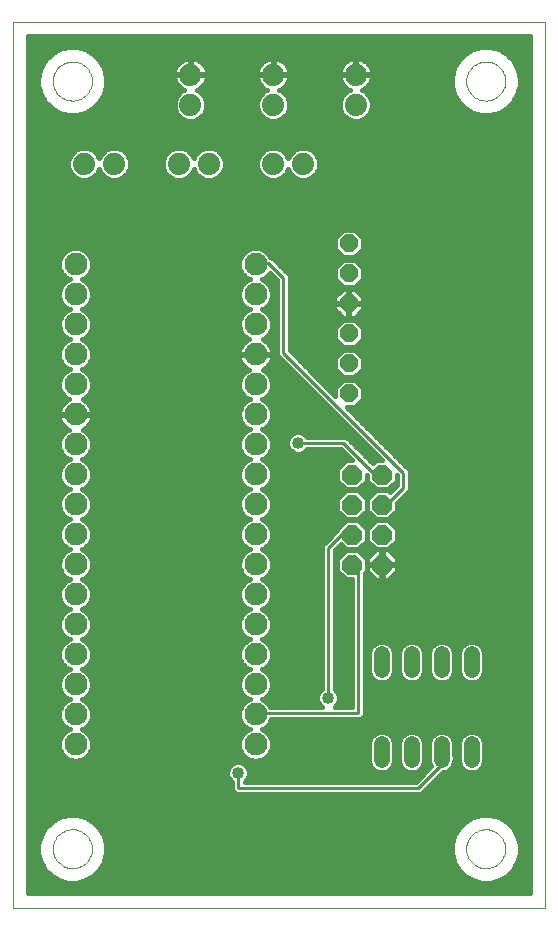
<source format=gtl>
G75*
%MOIN*%
%OFA0B0*%
%FSLAX24Y24*%
%IPPOS*%
%LPD*%
%AMOC8*
5,1,8,0,0,1.08239X$1,22.5*
%
%ADD10C,0.0000*%
%ADD11C,0.0760*%
%ADD12OC8,0.0660*%
%ADD13OC8,0.0600*%
%ADD14C,0.0740*%
%ADD15C,0.0520*%
%ADD16C,0.0100*%
%ADD17C,0.0160*%
%ADD18C,0.0400*%
D10*
X000180Y000180D02*
X000180Y029708D01*
X017897Y029708D01*
X017897Y000180D01*
X000180Y000180D01*
X001499Y002149D02*
X001501Y002199D01*
X001507Y002249D01*
X001517Y002299D01*
X001530Y002347D01*
X001547Y002395D01*
X001568Y002441D01*
X001592Y002485D01*
X001620Y002527D01*
X001651Y002567D01*
X001685Y002604D01*
X001722Y002639D01*
X001761Y002670D01*
X001802Y002699D01*
X001846Y002724D01*
X001892Y002746D01*
X001939Y002764D01*
X001987Y002778D01*
X002036Y002789D01*
X002086Y002796D01*
X002136Y002799D01*
X002187Y002798D01*
X002237Y002793D01*
X002287Y002784D01*
X002335Y002772D01*
X002383Y002755D01*
X002429Y002735D01*
X002474Y002712D01*
X002517Y002685D01*
X002557Y002655D01*
X002595Y002622D01*
X002630Y002586D01*
X002663Y002547D01*
X002692Y002506D01*
X002718Y002463D01*
X002741Y002418D01*
X002760Y002371D01*
X002775Y002323D01*
X002787Y002274D01*
X002795Y002224D01*
X002799Y002174D01*
X002799Y002124D01*
X002795Y002074D01*
X002787Y002024D01*
X002775Y001975D01*
X002760Y001927D01*
X002741Y001880D01*
X002718Y001835D01*
X002692Y001792D01*
X002663Y001751D01*
X002630Y001712D01*
X002595Y001676D01*
X002557Y001643D01*
X002517Y001613D01*
X002474Y001586D01*
X002429Y001563D01*
X002383Y001543D01*
X002335Y001526D01*
X002287Y001514D01*
X002237Y001505D01*
X002187Y001500D01*
X002136Y001499D01*
X002086Y001502D01*
X002036Y001509D01*
X001987Y001520D01*
X001939Y001534D01*
X001892Y001552D01*
X001846Y001574D01*
X001802Y001599D01*
X001761Y001628D01*
X001722Y001659D01*
X001685Y001694D01*
X001651Y001731D01*
X001620Y001771D01*
X001592Y001813D01*
X001568Y001857D01*
X001547Y001903D01*
X001530Y001951D01*
X001517Y001999D01*
X001507Y002049D01*
X001501Y002099D01*
X001499Y002149D01*
X015278Y002149D02*
X015280Y002199D01*
X015286Y002249D01*
X015296Y002299D01*
X015309Y002347D01*
X015326Y002395D01*
X015347Y002441D01*
X015371Y002485D01*
X015399Y002527D01*
X015430Y002567D01*
X015464Y002604D01*
X015501Y002639D01*
X015540Y002670D01*
X015581Y002699D01*
X015625Y002724D01*
X015671Y002746D01*
X015718Y002764D01*
X015766Y002778D01*
X015815Y002789D01*
X015865Y002796D01*
X015915Y002799D01*
X015966Y002798D01*
X016016Y002793D01*
X016066Y002784D01*
X016114Y002772D01*
X016162Y002755D01*
X016208Y002735D01*
X016253Y002712D01*
X016296Y002685D01*
X016336Y002655D01*
X016374Y002622D01*
X016409Y002586D01*
X016442Y002547D01*
X016471Y002506D01*
X016497Y002463D01*
X016520Y002418D01*
X016539Y002371D01*
X016554Y002323D01*
X016566Y002274D01*
X016574Y002224D01*
X016578Y002174D01*
X016578Y002124D01*
X016574Y002074D01*
X016566Y002024D01*
X016554Y001975D01*
X016539Y001927D01*
X016520Y001880D01*
X016497Y001835D01*
X016471Y001792D01*
X016442Y001751D01*
X016409Y001712D01*
X016374Y001676D01*
X016336Y001643D01*
X016296Y001613D01*
X016253Y001586D01*
X016208Y001563D01*
X016162Y001543D01*
X016114Y001526D01*
X016066Y001514D01*
X016016Y001505D01*
X015966Y001500D01*
X015915Y001499D01*
X015865Y001502D01*
X015815Y001509D01*
X015766Y001520D01*
X015718Y001534D01*
X015671Y001552D01*
X015625Y001574D01*
X015581Y001599D01*
X015540Y001628D01*
X015501Y001659D01*
X015464Y001694D01*
X015430Y001731D01*
X015399Y001771D01*
X015371Y001813D01*
X015347Y001857D01*
X015326Y001903D01*
X015309Y001951D01*
X015296Y001999D01*
X015286Y002049D01*
X015280Y002099D01*
X015278Y002149D01*
X015278Y027739D02*
X015280Y027789D01*
X015286Y027839D01*
X015296Y027889D01*
X015309Y027937D01*
X015326Y027985D01*
X015347Y028031D01*
X015371Y028075D01*
X015399Y028117D01*
X015430Y028157D01*
X015464Y028194D01*
X015501Y028229D01*
X015540Y028260D01*
X015581Y028289D01*
X015625Y028314D01*
X015671Y028336D01*
X015718Y028354D01*
X015766Y028368D01*
X015815Y028379D01*
X015865Y028386D01*
X015915Y028389D01*
X015966Y028388D01*
X016016Y028383D01*
X016066Y028374D01*
X016114Y028362D01*
X016162Y028345D01*
X016208Y028325D01*
X016253Y028302D01*
X016296Y028275D01*
X016336Y028245D01*
X016374Y028212D01*
X016409Y028176D01*
X016442Y028137D01*
X016471Y028096D01*
X016497Y028053D01*
X016520Y028008D01*
X016539Y027961D01*
X016554Y027913D01*
X016566Y027864D01*
X016574Y027814D01*
X016578Y027764D01*
X016578Y027714D01*
X016574Y027664D01*
X016566Y027614D01*
X016554Y027565D01*
X016539Y027517D01*
X016520Y027470D01*
X016497Y027425D01*
X016471Y027382D01*
X016442Y027341D01*
X016409Y027302D01*
X016374Y027266D01*
X016336Y027233D01*
X016296Y027203D01*
X016253Y027176D01*
X016208Y027153D01*
X016162Y027133D01*
X016114Y027116D01*
X016066Y027104D01*
X016016Y027095D01*
X015966Y027090D01*
X015915Y027089D01*
X015865Y027092D01*
X015815Y027099D01*
X015766Y027110D01*
X015718Y027124D01*
X015671Y027142D01*
X015625Y027164D01*
X015581Y027189D01*
X015540Y027218D01*
X015501Y027249D01*
X015464Y027284D01*
X015430Y027321D01*
X015399Y027361D01*
X015371Y027403D01*
X015347Y027447D01*
X015326Y027493D01*
X015309Y027541D01*
X015296Y027589D01*
X015286Y027639D01*
X015280Y027689D01*
X015278Y027739D01*
X001499Y027739D02*
X001501Y027789D01*
X001507Y027839D01*
X001517Y027889D01*
X001530Y027937D01*
X001547Y027985D01*
X001568Y028031D01*
X001592Y028075D01*
X001620Y028117D01*
X001651Y028157D01*
X001685Y028194D01*
X001722Y028229D01*
X001761Y028260D01*
X001802Y028289D01*
X001846Y028314D01*
X001892Y028336D01*
X001939Y028354D01*
X001987Y028368D01*
X002036Y028379D01*
X002086Y028386D01*
X002136Y028389D01*
X002187Y028388D01*
X002237Y028383D01*
X002287Y028374D01*
X002335Y028362D01*
X002383Y028345D01*
X002429Y028325D01*
X002474Y028302D01*
X002517Y028275D01*
X002557Y028245D01*
X002595Y028212D01*
X002630Y028176D01*
X002663Y028137D01*
X002692Y028096D01*
X002718Y028053D01*
X002741Y028008D01*
X002760Y027961D01*
X002775Y027913D01*
X002787Y027864D01*
X002795Y027814D01*
X002799Y027764D01*
X002799Y027714D01*
X002795Y027664D01*
X002787Y027614D01*
X002775Y027565D01*
X002760Y027517D01*
X002741Y027470D01*
X002718Y027425D01*
X002692Y027382D01*
X002663Y027341D01*
X002630Y027302D01*
X002595Y027266D01*
X002557Y027233D01*
X002517Y027203D01*
X002474Y027176D01*
X002429Y027153D01*
X002383Y027133D01*
X002335Y027116D01*
X002287Y027104D01*
X002237Y027095D01*
X002187Y027090D01*
X002136Y027089D01*
X002086Y027092D01*
X002036Y027099D01*
X001987Y027110D01*
X001939Y027124D01*
X001892Y027142D01*
X001846Y027164D01*
X001802Y027189D01*
X001761Y027218D01*
X001722Y027249D01*
X001685Y027284D01*
X001651Y027321D01*
X001620Y027361D01*
X001592Y027403D01*
X001568Y027447D01*
X001547Y027493D01*
X001530Y027541D01*
X001517Y027589D01*
X001507Y027639D01*
X001501Y027689D01*
X001499Y027739D01*
D11*
X002259Y021629D03*
X002259Y020629D03*
X002259Y019629D03*
X002259Y018629D03*
X002259Y017629D03*
X002259Y016629D03*
X002259Y015629D03*
X002259Y014629D03*
X002259Y013629D03*
X002259Y012629D03*
X002259Y011629D03*
X002259Y010629D03*
X002259Y009629D03*
X002259Y008629D03*
X002259Y007629D03*
X002259Y006629D03*
X002259Y005629D03*
X008259Y005629D03*
X008259Y006629D03*
X008259Y007629D03*
X008259Y008629D03*
X008259Y009629D03*
X008259Y010629D03*
X008259Y011629D03*
X008259Y012629D03*
X008259Y013629D03*
X008259Y014629D03*
X008259Y015629D03*
X008259Y016629D03*
X008259Y017629D03*
X008259Y018629D03*
X008259Y019629D03*
X008259Y020629D03*
X008259Y021629D03*
D12*
X011471Y014617D03*
X011471Y013617D03*
X011471Y012617D03*
X011471Y011617D03*
X012471Y011617D03*
X012471Y012617D03*
X012471Y013617D03*
X012471Y014617D03*
D13*
X011365Y017330D03*
X011365Y018330D03*
X011365Y019330D03*
X011365Y020330D03*
X011365Y021330D03*
X011365Y022330D03*
D14*
X009841Y024983D03*
X008841Y024983D03*
X008841Y026952D03*
X008841Y027952D03*
X006692Y024983D03*
X005692Y024983D03*
X006086Y026952D03*
X006086Y027952D03*
X003542Y024983D03*
X002542Y024983D03*
X011597Y026952D03*
X011597Y027952D03*
D15*
X012460Y008633D02*
X012460Y008113D01*
X013460Y008113D02*
X013460Y008633D01*
X014460Y008633D02*
X014460Y008113D01*
X015460Y008113D02*
X015460Y008633D01*
X015460Y005633D02*
X015460Y005113D01*
X014460Y005113D02*
X014460Y005633D01*
X013460Y005633D02*
X013460Y005113D01*
X012460Y005113D02*
X012460Y005633D01*
D16*
X011680Y006680D02*
X011680Y011680D01*
X011471Y011617D01*
X010680Y012180D02*
X011180Y012680D01*
X011471Y012617D01*
X010680Y012180D02*
X010680Y007180D01*
X011680Y006680D02*
X008180Y006680D01*
X008259Y006629D01*
X007680Y004680D02*
X007680Y004180D01*
X013680Y004180D01*
X014680Y005180D01*
X014460Y005373D01*
X012471Y013617D02*
X012680Y013680D01*
X013180Y014180D01*
X013180Y014680D01*
X009180Y018680D01*
X009180Y021180D01*
X008680Y021680D01*
X008180Y021680D01*
X008259Y021629D01*
X009680Y015680D02*
X011180Y015680D01*
X012180Y014680D01*
X012471Y014617D01*
D17*
X012267Y014128D02*
X011675Y014128D01*
X011674Y014127D02*
X011961Y014414D01*
X011961Y014602D01*
X011981Y014582D01*
X011981Y014414D01*
X012268Y014127D01*
X012674Y014127D01*
X012961Y014414D01*
X012961Y014602D01*
X012970Y014593D01*
X012970Y014267D01*
X012742Y014039D01*
X012674Y014107D01*
X012268Y014107D01*
X011981Y013820D01*
X011981Y013414D01*
X012268Y013127D01*
X012674Y013127D01*
X012961Y013414D01*
X012961Y013664D01*
X013267Y013970D01*
X013390Y014093D01*
X013390Y014767D01*
X011287Y016870D01*
X011556Y016870D01*
X011825Y017139D01*
X011825Y017520D01*
X011556Y017790D01*
X011175Y017790D01*
X010905Y017520D01*
X010905Y017252D01*
X009390Y018767D01*
X009390Y021267D01*
X008890Y021767D01*
X008767Y021890D01*
X008735Y021890D01*
X008717Y021935D01*
X008565Y022087D01*
X008366Y022169D01*
X008151Y022169D01*
X007953Y022087D01*
X007801Y021935D01*
X007719Y021736D01*
X002799Y021736D01*
X002717Y021935D01*
X002565Y022087D01*
X002366Y022169D01*
X002151Y022169D01*
X001953Y022087D01*
X001801Y021935D01*
X001719Y021736D01*
X000660Y021736D01*
X000660Y021578D02*
X001719Y021578D01*
X001719Y021521D02*
X001801Y021323D01*
X001953Y021171D01*
X002055Y021129D01*
X001953Y021087D01*
X001801Y020935D01*
X001719Y020736D01*
X001719Y020521D01*
X001801Y020323D01*
X001953Y020171D01*
X002055Y020129D01*
X001953Y020087D01*
X001801Y019935D01*
X001719Y019736D01*
X001719Y019521D01*
X001801Y019323D01*
X001953Y019171D01*
X002055Y019129D01*
X001953Y019087D01*
X001801Y018935D01*
X001719Y018736D01*
X001719Y018521D01*
X001801Y018323D01*
X001953Y018171D01*
X002055Y018129D01*
X001953Y018087D01*
X001801Y017935D01*
X001719Y017736D01*
X001719Y017521D01*
X001801Y017323D01*
X001953Y017171D01*
X002028Y017140D01*
X001965Y017108D01*
X001894Y017056D01*
X001832Y016994D01*
X001780Y016922D01*
X001740Y016844D01*
X001713Y016760D01*
X001699Y016673D01*
X001699Y016657D01*
X002230Y016657D01*
X002230Y016601D01*
X001699Y016601D01*
X001699Y016585D01*
X001713Y016498D01*
X001740Y016414D01*
X001780Y016335D01*
X001832Y016264D01*
X001894Y016202D01*
X001965Y016150D01*
X002028Y016118D01*
X001953Y016087D01*
X001801Y015935D01*
X001719Y015736D01*
X001719Y015521D01*
X001801Y015323D01*
X001953Y015171D01*
X002055Y015129D01*
X001953Y015087D01*
X001801Y014935D01*
X001719Y014736D01*
X001719Y014521D01*
X001801Y014323D01*
X001953Y014171D01*
X002055Y014129D01*
X001953Y014087D01*
X001801Y013935D01*
X001719Y013736D01*
X001719Y013521D01*
X001801Y013323D01*
X001953Y013171D01*
X002055Y013129D01*
X001953Y013087D01*
X001801Y012935D01*
X001719Y012736D01*
X001719Y012521D01*
X001801Y012323D01*
X001953Y012171D01*
X002055Y012129D01*
X001953Y012087D01*
X001801Y011935D01*
X001719Y011736D01*
X001719Y011521D01*
X001801Y011323D01*
X001953Y011171D01*
X002055Y011129D01*
X001953Y011087D01*
X001801Y010935D01*
X001719Y010736D01*
X001719Y010521D01*
X001801Y010323D01*
X001953Y010171D01*
X002055Y010129D01*
X001953Y010087D01*
X001801Y009935D01*
X001719Y009736D01*
X001719Y009521D01*
X001801Y009323D01*
X001953Y009171D01*
X002055Y009129D01*
X001953Y009087D01*
X001801Y008935D01*
X001719Y008736D01*
X001719Y008521D01*
X001801Y008323D01*
X001953Y008171D01*
X002055Y008129D01*
X001953Y008087D01*
X001801Y007935D01*
X001719Y007736D01*
X001719Y007521D01*
X001801Y007323D01*
X001953Y007171D01*
X002055Y007129D01*
X001953Y007087D01*
X001801Y006935D01*
X001719Y006736D01*
X001719Y006521D01*
X001801Y006323D01*
X001953Y006171D01*
X002055Y006129D01*
X001953Y006087D01*
X001801Y005935D01*
X001719Y005736D01*
X001719Y005521D01*
X001801Y005323D01*
X001953Y005171D01*
X002151Y005089D01*
X002366Y005089D01*
X002565Y005171D01*
X002717Y005323D01*
X002799Y005521D01*
X002799Y005736D01*
X002717Y005935D01*
X002565Y006087D01*
X002463Y006129D01*
X002565Y006171D01*
X002717Y006323D01*
X002799Y006521D01*
X002799Y006736D01*
X002717Y006935D01*
X002565Y007087D01*
X002463Y007129D01*
X002565Y007171D01*
X002717Y007323D01*
X002799Y007521D01*
X002799Y007736D01*
X002717Y007935D01*
X002565Y008087D01*
X002463Y008129D01*
X002565Y008171D01*
X002717Y008323D01*
X002799Y008521D01*
X002799Y008736D01*
X002717Y008935D01*
X002565Y009087D01*
X002463Y009129D01*
X002565Y009171D01*
X002717Y009323D01*
X002799Y009521D01*
X002799Y009736D01*
X002717Y009935D01*
X002565Y010087D01*
X002463Y010129D01*
X002565Y010171D01*
X002717Y010323D01*
X002799Y010521D01*
X002799Y010736D01*
X002717Y010935D01*
X002565Y011087D01*
X002463Y011129D01*
X002565Y011171D01*
X002717Y011323D01*
X002799Y011521D01*
X002799Y011736D01*
X002717Y011935D01*
X002565Y012087D01*
X002463Y012129D01*
X002565Y012171D01*
X002717Y012323D01*
X002799Y012521D01*
X002799Y012736D01*
X002717Y012935D01*
X002565Y013087D01*
X002463Y013129D01*
X002565Y013171D01*
X002717Y013323D01*
X002799Y013521D01*
X002799Y013736D01*
X002717Y013935D01*
X002565Y014087D01*
X002463Y014129D01*
X002565Y014171D01*
X002717Y014323D01*
X002799Y014521D01*
X002799Y014736D01*
X002717Y014935D01*
X002565Y015087D01*
X002463Y015129D01*
X002565Y015171D01*
X002717Y015323D01*
X002799Y015521D01*
X002799Y015736D01*
X002717Y015935D01*
X002565Y016087D01*
X002489Y016118D01*
X002552Y016150D01*
X002624Y016202D01*
X002686Y016264D01*
X002738Y016335D01*
X002778Y016414D01*
X002805Y016498D01*
X002819Y016585D01*
X002819Y016601D01*
X002287Y016601D01*
X002287Y016657D01*
X002819Y016657D01*
X002819Y016673D01*
X002805Y016760D01*
X002778Y016844D01*
X002738Y016922D01*
X002686Y016994D01*
X002624Y017056D01*
X002552Y017108D01*
X002489Y017140D01*
X002565Y017171D01*
X002717Y017323D01*
X002799Y017521D01*
X002799Y017736D01*
X002717Y017935D01*
X002565Y018087D01*
X002463Y018129D01*
X002565Y018171D01*
X002717Y018323D01*
X002799Y018521D01*
X002799Y018736D01*
X002717Y018935D01*
X002565Y019087D01*
X002463Y019129D01*
X002565Y019171D01*
X002717Y019323D01*
X002799Y019521D01*
X002799Y019736D01*
X002717Y019935D01*
X002565Y020087D01*
X002463Y020129D01*
X002565Y020171D01*
X002717Y020323D01*
X002799Y020521D01*
X002799Y020736D01*
X002717Y020935D01*
X002565Y021087D01*
X002463Y021129D01*
X002565Y021171D01*
X002717Y021323D01*
X002799Y021521D01*
X002799Y021736D01*
X002799Y021578D02*
X007719Y021578D01*
X007719Y021521D02*
X007801Y021323D01*
X007953Y021171D01*
X008055Y021129D01*
X007953Y021087D01*
X007801Y020935D01*
X007719Y020736D01*
X007719Y020521D01*
X007801Y020323D01*
X007953Y020171D01*
X008055Y020129D01*
X007953Y020087D01*
X007801Y019935D01*
X007719Y019736D01*
X007719Y019521D01*
X007801Y019323D01*
X007953Y019171D01*
X008028Y019140D01*
X007965Y019108D01*
X007894Y019056D01*
X007832Y018994D01*
X007780Y018922D01*
X007740Y018844D01*
X007713Y018760D01*
X007699Y018673D01*
X007699Y018657D01*
X008230Y018657D01*
X008230Y018601D01*
X007699Y018601D01*
X007699Y018585D01*
X007713Y018498D01*
X007740Y018414D01*
X007780Y018335D01*
X007832Y018264D01*
X007894Y018202D01*
X007965Y018150D01*
X008028Y018118D01*
X007953Y018087D01*
X007801Y017935D01*
X007719Y017736D01*
X007719Y017521D01*
X007801Y017323D01*
X007953Y017171D01*
X008055Y017129D01*
X007953Y017087D01*
X007801Y016935D01*
X007719Y016736D01*
X007719Y016521D01*
X007801Y016323D01*
X007953Y016171D01*
X008055Y016129D01*
X007953Y016087D01*
X007801Y015935D01*
X007719Y015736D01*
X007719Y015521D01*
X007801Y015323D01*
X007953Y015171D01*
X008055Y015129D01*
X007953Y015087D01*
X007801Y014935D01*
X007719Y014736D01*
X007719Y014521D01*
X007801Y014323D01*
X007953Y014171D01*
X008055Y014129D01*
X007953Y014087D01*
X007801Y013935D01*
X007719Y013736D01*
X007719Y013521D01*
X007801Y013323D01*
X007953Y013171D01*
X008055Y013129D01*
X007953Y013087D01*
X007801Y012935D01*
X007719Y012736D01*
X007719Y012521D01*
X007801Y012323D01*
X007953Y012171D01*
X008055Y012129D01*
X007953Y012087D01*
X007801Y011935D01*
X007719Y011736D01*
X007719Y011521D01*
X007801Y011323D01*
X007953Y011171D01*
X008055Y011129D01*
X007953Y011087D01*
X007801Y010935D01*
X007719Y010736D01*
X007719Y010521D01*
X007801Y010323D01*
X007953Y010171D01*
X008055Y010129D01*
X007953Y010087D01*
X007801Y009935D01*
X007719Y009736D01*
X007719Y009521D01*
X007801Y009323D01*
X007953Y009171D01*
X008055Y009129D01*
X007953Y009087D01*
X007801Y008935D01*
X007719Y008736D01*
X007719Y008521D01*
X007801Y008323D01*
X007953Y008171D01*
X008055Y008129D01*
X007953Y008087D01*
X007801Y007935D01*
X007719Y007736D01*
X007719Y007521D01*
X007801Y007323D01*
X007953Y007171D01*
X008055Y007129D01*
X007953Y007087D01*
X007801Y006935D01*
X007719Y006736D01*
X007719Y006521D01*
X007801Y006323D01*
X007953Y006171D01*
X008055Y006129D01*
X007953Y006087D01*
X007801Y005935D01*
X007719Y005736D01*
X007719Y005521D01*
X007801Y005323D01*
X007953Y005171D01*
X008151Y005089D01*
X008366Y005089D01*
X008565Y005171D01*
X008717Y005323D01*
X008799Y005521D01*
X008799Y005736D01*
X008717Y005935D01*
X008565Y006087D01*
X008463Y006129D01*
X008565Y006171D01*
X008717Y006323D01*
X008777Y006470D01*
X011767Y006470D01*
X011890Y006593D01*
X011890Y011343D01*
X011961Y011414D01*
X011961Y011820D01*
X011674Y012107D01*
X011268Y012107D01*
X010981Y011820D01*
X010981Y011414D01*
X011268Y011127D01*
X011470Y011127D01*
X011470Y006890D01*
X010899Y006890D01*
X010985Y006976D01*
X011040Y007108D01*
X011040Y007252D01*
X010985Y007384D01*
X010890Y007479D01*
X010890Y012093D01*
X011096Y012299D01*
X011268Y012127D01*
X011674Y012127D01*
X011961Y012414D01*
X011961Y012820D01*
X011674Y013107D01*
X011268Y013107D01*
X010981Y012820D01*
X010981Y012778D01*
X010593Y012390D01*
X010470Y012267D01*
X010470Y007479D01*
X010375Y007384D01*
X010320Y007252D01*
X010320Y007108D01*
X010375Y006976D01*
X010461Y006890D01*
X008735Y006890D01*
X008717Y006935D01*
X008565Y007087D01*
X008463Y007129D01*
X008565Y007171D01*
X008717Y007323D01*
X008799Y007521D01*
X008799Y007736D01*
X008717Y007935D01*
X008565Y008087D01*
X008463Y008129D01*
X008565Y008171D01*
X008717Y008323D01*
X008799Y008521D01*
X008799Y008736D01*
X008717Y008935D01*
X008565Y009087D01*
X008463Y009129D01*
X008565Y009171D01*
X008717Y009323D01*
X008799Y009521D01*
X008799Y009736D01*
X008717Y009935D01*
X008565Y010087D01*
X008463Y010129D01*
X008565Y010171D01*
X008717Y010323D01*
X008799Y010521D01*
X008799Y010736D01*
X008717Y010935D01*
X008565Y011087D01*
X008463Y011129D01*
X008565Y011171D01*
X008717Y011323D01*
X008799Y011521D01*
X008799Y011736D01*
X008717Y011935D01*
X008565Y012087D01*
X008463Y012129D01*
X008565Y012171D01*
X008717Y012323D01*
X008799Y012521D01*
X008799Y012736D01*
X008717Y012935D01*
X008565Y013087D01*
X008463Y013129D01*
X008565Y013171D01*
X008717Y013323D01*
X008799Y013521D01*
X008799Y013736D01*
X008717Y013935D01*
X008565Y014087D01*
X008463Y014129D01*
X008565Y014171D01*
X008717Y014323D01*
X008799Y014521D01*
X008799Y014736D01*
X008717Y014935D01*
X008565Y015087D01*
X008463Y015129D01*
X008565Y015171D01*
X008717Y015323D01*
X008799Y015521D01*
X008799Y015736D01*
X008717Y015935D01*
X008565Y016087D01*
X008463Y016129D01*
X008565Y016171D01*
X008717Y016323D01*
X008799Y016521D01*
X008799Y016736D01*
X008717Y016935D01*
X008565Y017087D01*
X008463Y017129D01*
X008565Y017171D01*
X008717Y017323D01*
X008799Y017521D01*
X008799Y017736D01*
X008717Y017935D01*
X008565Y018087D01*
X008489Y018118D01*
X008552Y018150D01*
X008624Y018202D01*
X008686Y018264D01*
X008738Y018335D01*
X008778Y018414D01*
X008805Y018498D01*
X008819Y018585D01*
X008819Y018601D01*
X008287Y018601D01*
X008287Y018657D01*
X008819Y018657D01*
X008819Y018673D01*
X008805Y018760D01*
X008778Y018844D01*
X008738Y018922D01*
X008686Y018994D01*
X008624Y019056D01*
X008552Y019108D01*
X008489Y019140D01*
X008565Y019171D01*
X008717Y019323D01*
X008799Y019521D01*
X008799Y019736D01*
X008717Y019935D01*
X008565Y020087D01*
X008463Y020129D01*
X008565Y020171D01*
X008717Y020323D01*
X008799Y020521D01*
X008799Y020736D01*
X008717Y020935D01*
X008565Y021087D01*
X008463Y021129D01*
X008565Y021171D01*
X008717Y021323D01*
X008723Y021340D01*
X008970Y021093D01*
X008970Y018593D01*
X009093Y018470D01*
X012456Y015107D01*
X012268Y015107D01*
X012159Y014998D01*
X011390Y015767D01*
X011267Y015890D01*
X009979Y015890D01*
X009884Y015985D01*
X009752Y016040D01*
X009608Y016040D01*
X009476Y015985D01*
X009375Y015884D01*
X009320Y015752D01*
X009320Y015608D01*
X009375Y015476D01*
X009476Y015375D01*
X009608Y015320D01*
X009752Y015320D01*
X009884Y015375D01*
X009979Y015470D01*
X011093Y015470D01*
X011456Y015107D01*
X011268Y015107D01*
X010981Y014820D01*
X010981Y014414D01*
X011268Y014127D01*
X011674Y014127D01*
X011674Y014107D02*
X011268Y014107D01*
X010981Y013820D01*
X010981Y013414D01*
X011268Y013127D01*
X011674Y013127D01*
X011961Y013414D01*
X011961Y013820D01*
X011674Y014107D01*
X011812Y013970D02*
X012131Y013970D01*
X011981Y013811D02*
X011961Y013811D01*
X011961Y013653D02*
X011981Y013653D01*
X011981Y013494D02*
X011961Y013494D01*
X011883Y013336D02*
X012060Y013336D01*
X012218Y013177D02*
X011724Y013177D01*
X011763Y013019D02*
X012180Y013019D01*
X012268Y013107D02*
X011981Y012820D01*
X011981Y012414D01*
X012268Y012127D01*
X012674Y012127D01*
X012961Y012414D01*
X012961Y012820D01*
X012674Y013107D01*
X012268Y013107D01*
X012021Y012860D02*
X011921Y012860D01*
X011961Y012702D02*
X011981Y012702D01*
X011981Y012543D02*
X011961Y012543D01*
X011932Y012385D02*
X012011Y012385D01*
X012169Y012226D02*
X011773Y012226D01*
X011714Y012068D02*
X012201Y012068D01*
X012260Y012127D02*
X011961Y011828D01*
X011961Y011637D01*
X012451Y011637D01*
X012451Y011597D01*
X011961Y011597D01*
X011961Y011406D01*
X012260Y011107D01*
X012451Y011107D01*
X012451Y011597D01*
X012491Y011597D01*
X012491Y011107D01*
X012683Y011107D01*
X012981Y011406D01*
X012981Y011597D01*
X012491Y011597D01*
X012491Y011637D01*
X012451Y011637D01*
X012451Y012127D01*
X012260Y012127D01*
X012451Y012068D02*
X012491Y012068D01*
X012491Y012127D02*
X012491Y011637D01*
X012981Y011637D01*
X012981Y011828D01*
X012683Y012127D01*
X012491Y012127D01*
X012491Y011909D02*
X012451Y011909D01*
X012451Y011751D02*
X012491Y011751D01*
X012491Y011592D02*
X012451Y011592D01*
X012451Y011434D02*
X012491Y011434D01*
X012491Y011275D02*
X012451Y011275D01*
X012451Y011117D02*
X012491Y011117D01*
X012692Y011117D02*
X017417Y011117D01*
X017417Y011275D02*
X012851Y011275D01*
X012981Y011434D02*
X017417Y011434D01*
X017417Y011592D02*
X012981Y011592D01*
X012981Y011751D02*
X017417Y011751D01*
X017417Y011909D02*
X012901Y011909D01*
X012742Y012068D02*
X017417Y012068D01*
X017417Y012226D02*
X012773Y012226D01*
X012932Y012385D02*
X017417Y012385D01*
X017417Y012543D02*
X012961Y012543D01*
X012961Y012702D02*
X017417Y012702D01*
X017417Y012860D02*
X012921Y012860D01*
X012763Y013019D02*
X017417Y013019D01*
X017417Y013177D02*
X012724Y013177D01*
X012883Y013336D02*
X017417Y013336D01*
X017417Y013494D02*
X012961Y013494D01*
X012961Y013653D02*
X017417Y013653D01*
X017417Y013811D02*
X013108Y013811D01*
X013267Y013970D02*
X017417Y013970D01*
X017417Y014128D02*
X013390Y014128D01*
X013390Y014287D02*
X017417Y014287D01*
X017417Y014445D02*
X013390Y014445D01*
X013390Y014604D02*
X017417Y014604D01*
X017417Y014762D02*
X013390Y014762D01*
X013236Y014921D02*
X017417Y014921D01*
X017417Y015079D02*
X013078Y015079D01*
X012919Y015238D02*
X017417Y015238D01*
X017417Y015396D02*
X012761Y015396D01*
X012602Y015555D02*
X017417Y015555D01*
X017417Y015713D02*
X012444Y015713D01*
X012285Y015872D02*
X017417Y015872D01*
X017417Y016030D02*
X012127Y016030D01*
X011968Y016189D02*
X017417Y016189D01*
X017417Y016347D02*
X011810Y016347D01*
X011651Y016506D02*
X017417Y016506D01*
X017417Y016664D02*
X011493Y016664D01*
X011334Y016823D02*
X017417Y016823D01*
X017417Y016981D02*
X011667Y016981D01*
X011825Y017140D02*
X017417Y017140D01*
X017417Y017298D02*
X011825Y017298D01*
X011825Y017457D02*
X017417Y017457D01*
X017417Y017615D02*
X011730Y017615D01*
X011572Y017774D02*
X017417Y017774D01*
X017417Y017932D02*
X011618Y017932D01*
X011556Y017870D02*
X011825Y018139D01*
X011825Y018520D01*
X011556Y018790D01*
X011175Y018790D01*
X010905Y018520D01*
X010905Y018139D01*
X011175Y017870D01*
X011556Y017870D01*
X011776Y018091D02*
X017417Y018091D01*
X017417Y018249D02*
X011825Y018249D01*
X011825Y018408D02*
X017417Y018408D01*
X017417Y018566D02*
X011779Y018566D01*
X011621Y018725D02*
X017417Y018725D01*
X017417Y018883D02*
X011569Y018883D01*
X011556Y018870D02*
X011825Y019139D01*
X011825Y019520D01*
X011556Y019790D01*
X011175Y019790D01*
X010905Y019520D01*
X010905Y019139D01*
X011175Y018870D01*
X011556Y018870D01*
X011728Y019042D02*
X017417Y019042D01*
X017417Y019200D02*
X011825Y019200D01*
X011825Y019359D02*
X017417Y019359D01*
X017417Y019517D02*
X011825Y019517D01*
X011670Y019676D02*
X017417Y019676D01*
X017417Y019834D02*
X009390Y019834D01*
X009390Y019676D02*
X011060Y019676D01*
X011166Y019850D02*
X011345Y019850D01*
X011345Y020310D01*
X010885Y020310D01*
X010885Y020131D01*
X011166Y019850D01*
X011023Y019993D02*
X009390Y019993D01*
X009390Y020151D02*
X010885Y020151D01*
X010885Y020310D02*
X009390Y020310D01*
X009390Y020468D02*
X010885Y020468D01*
X010885Y020528D02*
X010885Y020350D01*
X011345Y020350D01*
X011345Y020810D01*
X011166Y020810D01*
X010885Y020528D01*
X010983Y020627D02*
X009390Y020627D01*
X009390Y020785D02*
X011142Y020785D01*
X011175Y020870D02*
X011556Y020870D01*
X011825Y021139D01*
X011825Y021520D01*
X011556Y021790D01*
X011175Y021790D01*
X010905Y021520D01*
X010905Y021139D01*
X011175Y020870D01*
X011101Y020944D02*
X009390Y020944D01*
X009390Y021102D02*
X010942Y021102D01*
X010905Y021261D02*
X009390Y021261D01*
X009238Y021419D02*
X010905Y021419D01*
X010962Y021578D02*
X009079Y021578D01*
X008921Y021736D02*
X011121Y021736D01*
X011175Y021870D02*
X011556Y021870D01*
X011825Y022139D01*
X011825Y022520D01*
X011556Y022790D01*
X011175Y022790D01*
X010905Y022520D01*
X010905Y022139D01*
X011175Y021870D01*
X011150Y021895D02*
X008733Y021895D01*
X008598Y022053D02*
X010991Y022053D01*
X010905Y022212D02*
X000660Y022212D01*
X000660Y022370D02*
X010905Y022370D01*
X010913Y022529D02*
X000660Y022529D01*
X000660Y022687D02*
X011072Y022687D01*
X011658Y022687D02*
X017417Y022687D01*
X017417Y022529D02*
X011817Y022529D01*
X011825Y022370D02*
X017417Y022370D01*
X017417Y022212D02*
X011825Y022212D01*
X011739Y022053D02*
X017417Y022053D01*
X017417Y021895D02*
X011581Y021895D01*
X011609Y021736D02*
X017417Y021736D01*
X017417Y021578D02*
X011768Y021578D01*
X011825Y021419D02*
X017417Y021419D01*
X017417Y021261D02*
X011825Y021261D01*
X011788Y021102D02*
X017417Y021102D01*
X017417Y020944D02*
X011630Y020944D01*
X011564Y020810D02*
X011385Y020810D01*
X011385Y020350D01*
X011345Y020350D01*
X011345Y020310D01*
X011385Y020310D01*
X011385Y020350D01*
X011845Y020350D01*
X011845Y020528D01*
X011564Y020810D01*
X011588Y020785D02*
X017417Y020785D01*
X017417Y020627D02*
X011747Y020627D01*
X011845Y020468D02*
X017417Y020468D01*
X017417Y020310D02*
X011845Y020310D01*
X011385Y020310D01*
X011385Y019850D01*
X011564Y019850D01*
X011845Y020131D01*
X011845Y020310D01*
X011845Y020151D02*
X017417Y020151D01*
X017417Y019993D02*
X011707Y019993D01*
X011385Y019993D02*
X011345Y019993D01*
X011345Y020151D02*
X011385Y020151D01*
X011385Y020310D02*
X011345Y020310D01*
X011345Y020468D02*
X011385Y020468D01*
X011385Y020627D02*
X011345Y020627D01*
X011345Y020785D02*
X011385Y020785D01*
X010905Y019517D02*
X009390Y019517D01*
X009390Y019359D02*
X010905Y019359D01*
X010905Y019200D02*
X009390Y019200D01*
X009390Y019042D02*
X011003Y019042D01*
X011161Y018883D02*
X009390Y018883D01*
X009432Y018725D02*
X011109Y018725D01*
X010951Y018566D02*
X009591Y018566D01*
X009749Y018408D02*
X010905Y018408D01*
X010905Y018249D02*
X009908Y018249D01*
X010066Y018091D02*
X010954Y018091D01*
X011112Y017932D02*
X010225Y017932D01*
X010383Y017774D02*
X011158Y017774D01*
X011000Y017615D02*
X010542Y017615D01*
X010700Y017457D02*
X010905Y017457D01*
X010905Y017298D02*
X010859Y017298D01*
X010740Y016823D02*
X008763Y016823D01*
X008799Y016664D02*
X010899Y016664D01*
X011057Y016506D02*
X008792Y016506D01*
X008727Y016347D02*
X011216Y016347D01*
X011374Y016189D02*
X008582Y016189D01*
X008621Y016030D02*
X009584Y016030D01*
X009776Y016030D02*
X011533Y016030D01*
X011691Y015872D02*
X011285Y015872D01*
X011444Y015713D02*
X011850Y015713D01*
X012008Y015555D02*
X011602Y015555D01*
X011761Y015396D02*
X012167Y015396D01*
X012325Y015238D02*
X011919Y015238D01*
X012078Y015079D02*
X012240Y015079D01*
X011981Y014445D02*
X011961Y014445D01*
X011834Y014287D02*
X012109Y014287D01*
X012675Y014128D02*
X012831Y014128D01*
X012834Y014287D02*
X012970Y014287D01*
X012961Y014445D02*
X012970Y014445D01*
X011267Y014128D02*
X008465Y014128D01*
X008680Y014287D02*
X011109Y014287D01*
X010981Y014445D02*
X008767Y014445D01*
X008799Y014604D02*
X010981Y014604D01*
X010981Y014762D02*
X008788Y014762D01*
X008722Y014921D02*
X011082Y014921D01*
X011240Y015079D02*
X008572Y015079D01*
X008631Y015238D02*
X011325Y015238D01*
X011167Y015396D02*
X009905Y015396D01*
X009455Y015396D02*
X008747Y015396D01*
X008799Y015555D02*
X009342Y015555D01*
X009320Y015713D02*
X008799Y015713D01*
X008743Y015872D02*
X009370Y015872D01*
X008670Y016981D02*
X010582Y016981D01*
X010423Y017140D02*
X008489Y017140D01*
X008692Y017298D02*
X010265Y017298D01*
X010106Y017457D02*
X008772Y017457D01*
X008799Y017615D02*
X009948Y017615D01*
X009789Y017774D02*
X008783Y017774D01*
X008718Y017932D02*
X009631Y017932D01*
X009472Y018091D02*
X008555Y018091D01*
X008671Y018249D02*
X009314Y018249D01*
X009155Y018408D02*
X008774Y018408D01*
X008816Y018566D02*
X008997Y018566D01*
X008970Y018725D02*
X008811Y018725D01*
X008758Y018883D02*
X008970Y018883D01*
X008970Y019042D02*
X008638Y019042D01*
X008594Y019200D02*
X008970Y019200D01*
X008970Y019359D02*
X008731Y019359D01*
X008797Y019517D02*
X008970Y019517D01*
X008970Y019676D02*
X008799Y019676D01*
X008758Y019834D02*
X008970Y019834D01*
X008970Y019993D02*
X008659Y019993D01*
X008516Y020151D02*
X008970Y020151D01*
X008970Y020310D02*
X008703Y020310D01*
X008777Y020468D02*
X008970Y020468D01*
X008970Y020627D02*
X008799Y020627D01*
X008779Y020785D02*
X008970Y020785D01*
X008970Y020944D02*
X008708Y020944D01*
X008527Y021102D02*
X008961Y021102D01*
X008802Y021261D02*
X008654Y021261D01*
X007990Y021102D02*
X002527Y021102D01*
X002654Y021261D02*
X007863Y021261D01*
X007761Y021419D02*
X002756Y021419D01*
X002708Y020944D02*
X007810Y020944D01*
X007739Y020785D02*
X002779Y020785D01*
X002799Y020627D02*
X007719Y020627D01*
X007741Y020468D02*
X002777Y020468D01*
X002703Y020310D02*
X007814Y020310D01*
X008001Y020151D02*
X002516Y020151D01*
X002659Y019993D02*
X007859Y019993D01*
X007759Y019834D02*
X002758Y019834D01*
X002799Y019676D02*
X007719Y019676D01*
X007721Y019517D02*
X002797Y019517D01*
X002731Y019359D02*
X007786Y019359D01*
X007924Y019200D02*
X002594Y019200D01*
X002610Y019042D02*
X007879Y019042D01*
X007760Y018883D02*
X002738Y018883D01*
X002799Y018725D02*
X007707Y018725D01*
X007702Y018566D02*
X002799Y018566D01*
X002752Y018408D02*
X007743Y018408D01*
X007847Y018249D02*
X002643Y018249D01*
X002555Y018091D02*
X007962Y018091D01*
X007800Y017932D02*
X002718Y017932D01*
X002783Y017774D02*
X007734Y017774D01*
X007719Y017615D02*
X002799Y017615D01*
X002772Y017457D02*
X007746Y017457D01*
X007826Y017298D02*
X002692Y017298D01*
X002490Y017140D02*
X008029Y017140D01*
X007847Y016981D02*
X002695Y016981D01*
X002785Y016823D02*
X007754Y016823D01*
X007719Y016664D02*
X002819Y016664D01*
X002806Y016506D02*
X007725Y016506D01*
X007791Y016347D02*
X002744Y016347D01*
X002605Y016189D02*
X007935Y016189D01*
X007896Y016030D02*
X002621Y016030D01*
X002743Y015872D02*
X007775Y015872D01*
X007719Y015713D02*
X002799Y015713D01*
X002799Y015555D02*
X007719Y015555D01*
X007771Y015396D02*
X002747Y015396D01*
X002631Y015238D02*
X007886Y015238D01*
X007945Y015079D02*
X002572Y015079D01*
X002722Y014921D02*
X007795Y014921D01*
X007729Y014762D02*
X002788Y014762D01*
X002799Y014604D02*
X007719Y014604D01*
X007750Y014445D02*
X002767Y014445D01*
X002680Y014287D02*
X007837Y014287D01*
X008053Y014128D02*
X002465Y014128D01*
X002682Y013970D02*
X007836Y013970D01*
X007750Y013811D02*
X002768Y013811D01*
X002799Y013653D02*
X007719Y013653D01*
X007730Y013494D02*
X002787Y013494D01*
X002722Y013336D02*
X007796Y013336D01*
X007947Y013177D02*
X002571Y013177D01*
X002633Y013019D02*
X007885Y013019D01*
X007770Y012860D02*
X002747Y012860D01*
X002799Y012702D02*
X007719Y012702D01*
X007719Y012543D02*
X002799Y012543D01*
X002742Y012385D02*
X007775Y012385D01*
X007898Y012226D02*
X002620Y012226D01*
X002584Y012068D02*
X007934Y012068D01*
X007790Y011909D02*
X002727Y011909D01*
X002793Y011751D02*
X007725Y011751D01*
X007719Y011592D02*
X002799Y011592D01*
X002762Y011434D02*
X007755Y011434D01*
X007849Y011275D02*
X002669Y011275D01*
X002492Y011117D02*
X008025Y011117D01*
X007824Y010958D02*
X002693Y010958D01*
X002773Y010800D02*
X007745Y010800D01*
X007719Y010641D02*
X002799Y010641D01*
X002783Y010483D02*
X007735Y010483D01*
X007801Y010324D02*
X002717Y010324D01*
X002551Y010166D02*
X007966Y010166D01*
X007873Y010007D02*
X002644Y010007D01*
X002752Y009849D02*
X007765Y009849D01*
X007719Y009690D02*
X002799Y009690D01*
X002799Y009532D02*
X007719Y009532D01*
X007780Y009373D02*
X002737Y009373D01*
X002608Y009215D02*
X007909Y009215D01*
X007922Y009056D02*
X002595Y009056D01*
X002732Y008898D02*
X007786Y008898D01*
X007720Y008739D02*
X002798Y008739D01*
X002799Y008581D02*
X007719Y008581D01*
X007760Y008422D02*
X002758Y008422D01*
X002657Y008264D02*
X007860Y008264D01*
X007997Y008105D02*
X002520Y008105D01*
X002705Y007947D02*
X007813Y007947D01*
X007740Y007788D02*
X002777Y007788D01*
X002799Y007630D02*
X007719Y007630D01*
X007740Y007471D02*
X002778Y007471D01*
X002706Y007313D02*
X007811Y007313D01*
X007994Y007154D02*
X002524Y007154D01*
X002656Y006996D02*
X007862Y006996D01*
X007760Y006837D02*
X002757Y006837D01*
X002799Y006679D02*
X007719Y006679D01*
X007719Y006520D02*
X002798Y006520D01*
X002733Y006362D02*
X007785Y006362D01*
X007921Y006203D02*
X002597Y006203D01*
X002607Y006045D02*
X007911Y006045D01*
X007781Y005886D02*
X002737Y005886D01*
X002799Y005728D02*
X007719Y005728D01*
X007719Y005569D02*
X002799Y005569D01*
X002753Y005411D02*
X007765Y005411D01*
X007872Y005252D02*
X002646Y005252D01*
X002377Y005094D02*
X008140Y005094D01*
X008377Y005094D02*
X012040Y005094D01*
X012040Y005029D02*
X012103Y004875D01*
X012222Y004757D01*
X012376Y004693D01*
X012543Y004693D01*
X012697Y004757D01*
X012816Y004875D01*
X012880Y005029D01*
X012880Y005716D01*
X012816Y005871D01*
X012697Y005989D01*
X012543Y006053D01*
X012376Y006053D01*
X012222Y005989D01*
X012103Y005871D01*
X012040Y005716D01*
X012040Y005029D01*
X012079Y004935D02*
X007934Y004935D01*
X007884Y004985D02*
X007752Y005040D01*
X007608Y005040D01*
X007476Y004985D01*
X007375Y004884D01*
X007320Y004752D01*
X007320Y004608D01*
X007375Y004476D01*
X007470Y004381D01*
X007470Y004093D01*
X007593Y003970D01*
X013767Y003970D01*
X013890Y004093D01*
X014490Y004693D01*
X014543Y004693D01*
X014697Y004757D01*
X014816Y004875D01*
X014880Y005029D01*
X014880Y005083D01*
X014890Y005093D01*
X014890Y005101D01*
X014895Y005107D01*
X014890Y005187D01*
X014890Y005267D01*
X014884Y005273D01*
X014884Y005281D01*
X014880Y005284D01*
X014880Y005716D01*
X014816Y005871D01*
X014697Y005989D01*
X014543Y006053D01*
X014376Y006053D01*
X014222Y005989D01*
X014103Y005871D01*
X014040Y005716D01*
X014040Y005029D01*
X014096Y004893D01*
X013593Y004390D01*
X007899Y004390D01*
X007985Y004476D01*
X008040Y004608D01*
X008040Y004752D01*
X007985Y004884D01*
X007884Y004985D01*
X008030Y004777D02*
X012202Y004777D01*
X012040Y005252D02*
X008646Y005252D01*
X008753Y005411D02*
X012040Y005411D01*
X012040Y005569D02*
X008799Y005569D01*
X008799Y005728D02*
X012044Y005728D01*
X012119Y005886D02*
X008737Y005886D01*
X008607Y006045D02*
X012356Y006045D01*
X012563Y006045D02*
X013356Y006045D01*
X013376Y006053D02*
X013222Y005989D01*
X013103Y005871D01*
X013040Y005716D01*
X013040Y005029D01*
X013103Y004875D01*
X013222Y004757D01*
X013376Y004693D01*
X013543Y004693D01*
X013697Y004757D01*
X013816Y004875D01*
X013880Y005029D01*
X013880Y005716D01*
X013816Y005871D01*
X013697Y005989D01*
X013543Y006053D01*
X013376Y006053D01*
X013119Y005886D02*
X012800Y005886D01*
X012875Y005728D02*
X013044Y005728D01*
X013040Y005569D02*
X012880Y005569D01*
X012880Y005411D02*
X013040Y005411D01*
X013040Y005252D02*
X012880Y005252D01*
X012880Y005094D02*
X013040Y005094D01*
X013079Y004935D02*
X012840Y004935D01*
X012717Y004777D02*
X013202Y004777D01*
X013717Y004777D02*
X013980Y004777D01*
X014079Y004935D02*
X013840Y004935D01*
X013880Y005094D02*
X014040Y005094D01*
X014040Y005252D02*
X013880Y005252D01*
X013880Y005411D02*
X014040Y005411D01*
X014040Y005569D02*
X013880Y005569D01*
X013875Y005728D02*
X014044Y005728D01*
X014119Y005886D02*
X013800Y005886D01*
X013563Y006045D02*
X014356Y006045D01*
X014563Y006045D02*
X015356Y006045D01*
X015376Y006053D02*
X015222Y005989D01*
X015103Y005871D01*
X015040Y005716D01*
X015040Y005029D01*
X015103Y004875D01*
X015222Y004757D01*
X015376Y004693D01*
X015543Y004693D01*
X015697Y004757D01*
X015816Y004875D01*
X015880Y005029D01*
X015880Y005716D01*
X015816Y005871D01*
X015697Y005989D01*
X015543Y006053D01*
X015376Y006053D01*
X015563Y006045D02*
X017417Y006045D01*
X017417Y006203D02*
X008597Y006203D01*
X008733Y006362D02*
X017417Y006362D01*
X017417Y006520D02*
X011817Y006520D01*
X011890Y006679D02*
X017417Y006679D01*
X017417Y006837D02*
X011890Y006837D01*
X011890Y006996D02*
X017417Y006996D01*
X017417Y007154D02*
X011890Y007154D01*
X011890Y007313D02*
X017417Y007313D01*
X017417Y007471D02*
X011890Y007471D01*
X011890Y007630D02*
X017417Y007630D01*
X017417Y007788D02*
X015729Y007788D01*
X015697Y007757D02*
X015816Y007875D01*
X015880Y008029D01*
X015880Y008716D01*
X015816Y008871D01*
X015697Y008989D01*
X015543Y009053D01*
X015376Y009053D01*
X015222Y008989D01*
X015103Y008871D01*
X015040Y008716D01*
X015040Y008029D01*
X015103Y007875D01*
X015222Y007757D01*
X015376Y007693D01*
X015543Y007693D01*
X015697Y007757D01*
X015845Y007947D02*
X017417Y007947D01*
X017417Y008105D02*
X015880Y008105D01*
X015880Y008264D02*
X017417Y008264D01*
X017417Y008422D02*
X015880Y008422D01*
X015880Y008581D02*
X017417Y008581D01*
X017417Y008739D02*
X015870Y008739D01*
X015789Y008898D02*
X017417Y008898D01*
X017417Y009056D02*
X011890Y009056D01*
X011890Y008898D02*
X012130Y008898D01*
X012103Y008871D02*
X012222Y008989D01*
X012376Y009053D01*
X012543Y009053D01*
X012697Y008989D01*
X012816Y008871D01*
X012880Y008716D01*
X012880Y008029D01*
X012816Y007875D01*
X012697Y007757D01*
X012543Y007693D01*
X012376Y007693D01*
X012222Y007757D01*
X012103Y007875D01*
X012040Y008029D01*
X012040Y008716D01*
X012103Y008871D01*
X012049Y008739D02*
X011890Y008739D01*
X011890Y008581D02*
X012040Y008581D01*
X012040Y008422D02*
X011890Y008422D01*
X011890Y008264D02*
X012040Y008264D01*
X012040Y008105D02*
X011890Y008105D01*
X011890Y007947D02*
X012074Y007947D01*
X012190Y007788D02*
X011890Y007788D01*
X011470Y007788D02*
X010890Y007788D01*
X010890Y007630D02*
X011470Y007630D01*
X011470Y007471D02*
X010898Y007471D01*
X011015Y007313D02*
X011470Y007313D01*
X011470Y007154D02*
X011040Y007154D01*
X010993Y006996D02*
X011470Y006996D01*
X011470Y007947D02*
X010890Y007947D01*
X010890Y008105D02*
X011470Y008105D01*
X011470Y008264D02*
X010890Y008264D01*
X010890Y008422D02*
X011470Y008422D01*
X011470Y008581D02*
X010890Y008581D01*
X010890Y008739D02*
X011470Y008739D01*
X011470Y008898D02*
X010890Y008898D01*
X010890Y009056D02*
X011470Y009056D01*
X011470Y009215D02*
X010890Y009215D01*
X010890Y009373D02*
X011470Y009373D01*
X011470Y009532D02*
X010890Y009532D01*
X010890Y009690D02*
X011470Y009690D01*
X011470Y009849D02*
X010890Y009849D01*
X010890Y010007D02*
X011470Y010007D01*
X011470Y010166D02*
X010890Y010166D01*
X010890Y010324D02*
X011470Y010324D01*
X011470Y010483D02*
X010890Y010483D01*
X010890Y010641D02*
X011470Y010641D01*
X011470Y010800D02*
X010890Y010800D01*
X010890Y010958D02*
X011470Y010958D01*
X011470Y011117D02*
X010890Y011117D01*
X010890Y011275D02*
X011120Y011275D01*
X010981Y011434D02*
X010890Y011434D01*
X010890Y011592D02*
X010981Y011592D01*
X010981Y011751D02*
X010890Y011751D01*
X010890Y011909D02*
X011070Y011909D01*
X011229Y012068D02*
X010890Y012068D01*
X011023Y012226D02*
X011169Y012226D01*
X010746Y012543D02*
X008799Y012543D01*
X008799Y012702D02*
X010905Y012702D01*
X011021Y012860D02*
X008747Y012860D01*
X008633Y013019D02*
X011180Y013019D01*
X011218Y013177D02*
X008571Y013177D01*
X008722Y013336D02*
X011060Y013336D01*
X010981Y013494D02*
X008787Y013494D01*
X008799Y013653D02*
X010981Y013653D01*
X010981Y013811D02*
X008768Y013811D01*
X008682Y013970D02*
X011131Y013970D01*
X010588Y012385D02*
X008742Y012385D01*
X008620Y012226D02*
X010470Y012226D01*
X010470Y012068D02*
X008584Y012068D01*
X008727Y011909D02*
X010470Y011909D01*
X010470Y011751D02*
X008793Y011751D01*
X008799Y011592D02*
X010470Y011592D01*
X010470Y011434D02*
X008762Y011434D01*
X008669Y011275D02*
X010470Y011275D01*
X010470Y011117D02*
X008492Y011117D01*
X008693Y010958D02*
X010470Y010958D01*
X010470Y010800D02*
X008773Y010800D01*
X008799Y010641D02*
X010470Y010641D01*
X010470Y010483D02*
X008783Y010483D01*
X008717Y010324D02*
X010470Y010324D01*
X010470Y010166D02*
X008551Y010166D01*
X008644Y010007D02*
X010470Y010007D01*
X010470Y009849D02*
X008752Y009849D01*
X008799Y009690D02*
X010470Y009690D01*
X010470Y009532D02*
X008799Y009532D01*
X008737Y009373D02*
X010470Y009373D01*
X010470Y009215D02*
X008608Y009215D01*
X008595Y009056D02*
X010470Y009056D01*
X010470Y008898D02*
X008732Y008898D01*
X008798Y008739D02*
X010470Y008739D01*
X010470Y008581D02*
X008799Y008581D01*
X008758Y008422D02*
X010470Y008422D01*
X010470Y008264D02*
X008657Y008264D01*
X008520Y008105D02*
X010470Y008105D01*
X010470Y007947D02*
X008705Y007947D01*
X008777Y007788D02*
X010470Y007788D01*
X010470Y007630D02*
X008799Y007630D01*
X008778Y007471D02*
X010462Y007471D01*
X010345Y007313D02*
X008706Y007313D01*
X008524Y007154D02*
X010320Y007154D01*
X010367Y006996D02*
X008656Y006996D01*
X007426Y004935D02*
X000660Y004935D01*
X000660Y004777D02*
X007330Y004777D01*
X007320Y004618D02*
X000660Y004618D01*
X000660Y004460D02*
X007391Y004460D01*
X007470Y004301D02*
X000660Y004301D01*
X000660Y004143D02*
X007470Y004143D01*
X007579Y003984D02*
X000660Y003984D01*
X000660Y003826D02*
X017417Y003826D01*
X017417Y003984D02*
X013781Y003984D01*
X013939Y004143D02*
X017417Y004143D01*
X017417Y004301D02*
X014098Y004301D01*
X014256Y004460D02*
X017417Y004460D01*
X017417Y004618D02*
X014415Y004618D01*
X014717Y004777D02*
X015202Y004777D01*
X015079Y004935D02*
X014840Y004935D01*
X014890Y005094D02*
X015040Y005094D01*
X015040Y005252D02*
X014890Y005252D01*
X014880Y005411D02*
X015040Y005411D01*
X015040Y005569D02*
X014880Y005569D01*
X014875Y005728D02*
X015044Y005728D01*
X015119Y005886D02*
X014800Y005886D01*
X015717Y004777D02*
X017417Y004777D01*
X017417Y004935D02*
X015840Y004935D01*
X015880Y005094D02*
X017417Y005094D01*
X017417Y005252D02*
X015880Y005252D01*
X015880Y005411D02*
X017417Y005411D01*
X017417Y005569D02*
X015880Y005569D01*
X015875Y005728D02*
X017417Y005728D01*
X017417Y005886D02*
X015800Y005886D01*
X014697Y007757D02*
X014816Y007875D01*
X014880Y008029D01*
X014880Y008716D01*
X014816Y008871D01*
X014697Y008989D01*
X014543Y009053D01*
X014376Y009053D01*
X014222Y008989D01*
X014103Y008871D01*
X014040Y008716D01*
X014040Y008029D01*
X014103Y007875D01*
X014222Y007757D01*
X014376Y007693D01*
X014543Y007693D01*
X014697Y007757D01*
X014729Y007788D02*
X015190Y007788D01*
X015074Y007947D02*
X014845Y007947D01*
X014880Y008105D02*
X015040Y008105D01*
X015040Y008264D02*
X014880Y008264D01*
X014880Y008422D02*
X015040Y008422D01*
X015040Y008581D02*
X014880Y008581D01*
X014870Y008739D02*
X015049Y008739D01*
X015130Y008898D02*
X014789Y008898D01*
X014130Y008898D02*
X013789Y008898D01*
X013816Y008871D02*
X013697Y008989D01*
X013543Y009053D01*
X013376Y009053D01*
X013222Y008989D01*
X013103Y008871D01*
X013040Y008716D01*
X013040Y008029D01*
X013103Y007875D01*
X013222Y007757D01*
X013376Y007693D01*
X013543Y007693D01*
X013697Y007757D01*
X013816Y007875D01*
X013880Y008029D01*
X013880Y008716D01*
X013816Y008871D01*
X013870Y008739D02*
X014049Y008739D01*
X014040Y008581D02*
X013880Y008581D01*
X013880Y008422D02*
X014040Y008422D01*
X014040Y008264D02*
X013880Y008264D01*
X013880Y008105D02*
X014040Y008105D01*
X014074Y007947D02*
X013845Y007947D01*
X013729Y007788D02*
X014190Y007788D01*
X013190Y007788D02*
X012729Y007788D01*
X012845Y007947D02*
X013074Y007947D01*
X013040Y008105D02*
X012880Y008105D01*
X012880Y008264D02*
X013040Y008264D01*
X013040Y008422D02*
X012880Y008422D01*
X012880Y008581D02*
X013040Y008581D01*
X013049Y008739D02*
X012870Y008739D01*
X012789Y008898D02*
X013130Y008898D01*
X011890Y009215D02*
X017417Y009215D01*
X017417Y009373D02*
X011890Y009373D01*
X011890Y009532D02*
X017417Y009532D01*
X017417Y009690D02*
X011890Y009690D01*
X011890Y009849D02*
X017417Y009849D01*
X017417Y010007D02*
X011890Y010007D01*
X011890Y010166D02*
X017417Y010166D01*
X017417Y010324D02*
X011890Y010324D01*
X011890Y010483D02*
X017417Y010483D01*
X017417Y010641D02*
X011890Y010641D01*
X011890Y010800D02*
X017417Y010800D01*
X017417Y010958D02*
X011890Y010958D01*
X011890Y011117D02*
X012251Y011117D01*
X012092Y011275D02*
X011890Y011275D01*
X011961Y011434D02*
X011961Y011434D01*
X011961Y011592D02*
X011961Y011592D01*
X011961Y011751D02*
X011961Y011751D01*
X012042Y011909D02*
X011872Y011909D01*
X013821Y004618D02*
X008040Y004618D01*
X007969Y004460D02*
X013663Y004460D01*
X015024Y002842D02*
X014875Y002585D01*
X014798Y002297D01*
X014798Y002000D01*
X014875Y001712D01*
X015024Y001455D01*
X015234Y001244D01*
X015492Y001096D01*
X015779Y001019D01*
X016077Y001019D01*
X016364Y001096D01*
X016622Y001244D01*
X016832Y001455D01*
X016981Y001712D01*
X017058Y002000D01*
X017058Y002297D01*
X016981Y002585D01*
X016832Y002842D01*
X016622Y003053D01*
X016364Y003201D01*
X016077Y003279D01*
X015779Y003279D01*
X015492Y003201D01*
X015234Y003053D01*
X015024Y002842D01*
X015056Y002875D02*
X003021Y002875D01*
X003053Y002842D02*
X002842Y003053D01*
X002585Y003201D01*
X002297Y003279D01*
X002000Y003279D01*
X001712Y003201D01*
X001455Y003053D01*
X001244Y002842D01*
X001096Y002585D01*
X001019Y002297D01*
X001019Y002000D01*
X001096Y001712D01*
X001244Y001455D01*
X001455Y001244D01*
X001712Y001096D01*
X002000Y001019D01*
X002297Y001019D01*
X002585Y001096D01*
X002842Y001244D01*
X003053Y001455D01*
X003201Y001712D01*
X003279Y002000D01*
X003279Y002297D01*
X003201Y002585D01*
X003053Y002842D01*
X003126Y002716D02*
X014951Y002716D01*
X014868Y002558D02*
X003209Y002558D01*
X003251Y002399D02*
X014825Y002399D01*
X014798Y002241D02*
X003279Y002241D01*
X003279Y002082D02*
X014798Y002082D01*
X014818Y001924D02*
X003258Y001924D01*
X003216Y001765D02*
X014861Y001765D01*
X014936Y001607D02*
X003140Y001607D01*
X003046Y001448D02*
X015030Y001448D01*
X015189Y001290D02*
X002888Y001290D01*
X002646Y001131D02*
X015430Y001131D01*
X016426Y001131D02*
X017417Y001131D01*
X017417Y000973D02*
X000660Y000973D01*
X000660Y001131D02*
X001651Y001131D01*
X001409Y001290D02*
X000660Y001290D01*
X000660Y001448D02*
X001251Y001448D01*
X001157Y001607D02*
X000660Y001607D01*
X000660Y001765D02*
X001081Y001765D01*
X001039Y001924D02*
X000660Y001924D01*
X000660Y002082D02*
X001019Y002082D01*
X001019Y002241D02*
X000660Y002241D01*
X000660Y002399D02*
X001046Y002399D01*
X001088Y002558D02*
X000660Y002558D01*
X000660Y002716D02*
X001171Y002716D01*
X001276Y002875D02*
X000660Y002875D01*
X000660Y003033D02*
X001435Y003033D01*
X001695Y003192D02*
X000660Y003192D01*
X000660Y003350D02*
X017417Y003350D01*
X017417Y003192D02*
X016381Y003192D01*
X016642Y003033D02*
X017417Y003033D01*
X017417Y002875D02*
X016800Y002875D01*
X016905Y002716D02*
X017417Y002716D01*
X017417Y002558D02*
X016988Y002558D01*
X017031Y002399D02*
X017417Y002399D01*
X017417Y002241D02*
X017058Y002241D01*
X017058Y002082D02*
X017417Y002082D01*
X017417Y001924D02*
X017038Y001924D01*
X016995Y001765D02*
X017417Y001765D01*
X017417Y001607D02*
X016920Y001607D01*
X016826Y001448D02*
X017417Y001448D01*
X017417Y001290D02*
X016667Y001290D01*
X017417Y000814D02*
X000660Y000814D01*
X000660Y000660D02*
X000660Y029228D01*
X017417Y029228D01*
X017417Y000660D01*
X000660Y000660D01*
X000660Y003509D02*
X017417Y003509D01*
X017417Y003667D02*
X000660Y003667D01*
X000660Y005094D02*
X002140Y005094D01*
X001872Y005252D02*
X000660Y005252D01*
X000660Y005411D02*
X001765Y005411D01*
X001719Y005569D02*
X000660Y005569D01*
X000660Y005728D02*
X001719Y005728D01*
X001781Y005886D02*
X000660Y005886D01*
X000660Y006045D02*
X001911Y006045D01*
X001921Y006203D02*
X000660Y006203D01*
X000660Y006362D02*
X001785Y006362D01*
X001719Y006520D02*
X000660Y006520D01*
X000660Y006679D02*
X001719Y006679D01*
X001760Y006837D02*
X000660Y006837D01*
X000660Y006996D02*
X001862Y006996D01*
X001994Y007154D02*
X000660Y007154D01*
X000660Y007313D02*
X001811Y007313D01*
X001740Y007471D02*
X000660Y007471D01*
X000660Y007630D02*
X001719Y007630D01*
X001740Y007788D02*
X000660Y007788D01*
X000660Y007947D02*
X001813Y007947D01*
X001997Y008105D02*
X000660Y008105D01*
X000660Y008264D02*
X001860Y008264D01*
X001760Y008422D02*
X000660Y008422D01*
X000660Y008581D02*
X001719Y008581D01*
X001720Y008739D02*
X000660Y008739D01*
X000660Y008898D02*
X001786Y008898D01*
X001922Y009056D02*
X000660Y009056D01*
X000660Y009215D02*
X001909Y009215D01*
X001780Y009373D02*
X000660Y009373D01*
X000660Y009532D02*
X001719Y009532D01*
X001719Y009690D02*
X000660Y009690D01*
X000660Y009849D02*
X001765Y009849D01*
X001873Y010007D02*
X000660Y010007D01*
X000660Y010166D02*
X001966Y010166D01*
X001801Y010324D02*
X000660Y010324D01*
X000660Y010483D02*
X001735Y010483D01*
X001719Y010641D02*
X000660Y010641D01*
X000660Y010800D02*
X001745Y010800D01*
X001824Y010958D02*
X000660Y010958D01*
X000660Y011117D02*
X002025Y011117D01*
X001849Y011275D02*
X000660Y011275D01*
X000660Y011434D02*
X001755Y011434D01*
X001719Y011592D02*
X000660Y011592D01*
X000660Y011751D02*
X001725Y011751D01*
X001790Y011909D02*
X000660Y011909D01*
X000660Y012068D02*
X001934Y012068D01*
X001898Y012226D02*
X000660Y012226D01*
X000660Y012385D02*
X001775Y012385D01*
X001719Y012543D02*
X000660Y012543D01*
X000660Y012702D02*
X001719Y012702D01*
X001770Y012860D02*
X000660Y012860D01*
X000660Y013019D02*
X001885Y013019D01*
X001947Y013177D02*
X000660Y013177D01*
X000660Y013336D02*
X001796Y013336D01*
X001730Y013494D02*
X000660Y013494D01*
X000660Y013653D02*
X001719Y013653D01*
X001750Y013811D02*
X000660Y013811D01*
X000660Y013970D02*
X001836Y013970D01*
X002053Y014128D02*
X000660Y014128D01*
X000660Y014287D02*
X001837Y014287D01*
X001750Y014445D02*
X000660Y014445D01*
X000660Y014604D02*
X001719Y014604D01*
X001729Y014762D02*
X000660Y014762D01*
X000660Y014921D02*
X001795Y014921D01*
X001945Y015079D02*
X000660Y015079D01*
X000660Y015238D02*
X001886Y015238D01*
X001771Y015396D02*
X000660Y015396D01*
X000660Y015555D02*
X001719Y015555D01*
X001719Y015713D02*
X000660Y015713D01*
X000660Y015872D02*
X001775Y015872D01*
X001896Y016030D02*
X000660Y016030D01*
X000660Y016189D02*
X001912Y016189D01*
X001774Y016347D02*
X000660Y016347D01*
X000660Y016506D02*
X001711Y016506D01*
X001699Y016664D02*
X000660Y016664D01*
X000660Y016823D02*
X001733Y016823D01*
X001822Y016981D02*
X000660Y016981D01*
X000660Y017140D02*
X002028Y017140D01*
X001826Y017298D02*
X000660Y017298D01*
X000660Y017457D02*
X001746Y017457D01*
X001719Y017615D02*
X000660Y017615D01*
X000660Y017774D02*
X001734Y017774D01*
X001800Y017932D02*
X000660Y017932D01*
X000660Y018091D02*
X001962Y018091D01*
X001875Y018249D02*
X000660Y018249D01*
X000660Y018408D02*
X001766Y018408D01*
X001719Y018566D02*
X000660Y018566D01*
X000660Y018725D02*
X001719Y018725D01*
X001780Y018883D02*
X000660Y018883D01*
X000660Y019042D02*
X001908Y019042D01*
X001924Y019200D02*
X000660Y019200D01*
X000660Y019359D02*
X001786Y019359D01*
X001721Y019517D02*
X000660Y019517D01*
X000660Y019676D02*
X001719Y019676D01*
X001759Y019834D02*
X000660Y019834D01*
X000660Y019993D02*
X001859Y019993D01*
X002001Y020151D02*
X000660Y020151D01*
X000660Y020310D02*
X001814Y020310D01*
X001741Y020468D02*
X000660Y020468D01*
X000660Y020627D02*
X001719Y020627D01*
X001739Y020785D02*
X000660Y020785D01*
X000660Y020944D02*
X001810Y020944D01*
X001990Y021102D02*
X000660Y021102D01*
X000660Y021261D02*
X001863Y021261D01*
X001761Y021419D02*
X000660Y021419D01*
X000660Y021895D02*
X001784Y021895D01*
X001719Y021736D02*
X001719Y021521D01*
X001919Y022053D02*
X000660Y022053D01*
X000660Y022846D02*
X017417Y022846D01*
X017417Y023004D02*
X000660Y023004D01*
X000660Y023163D02*
X017417Y023163D01*
X017417Y023321D02*
X000660Y023321D01*
X000660Y023480D02*
X017417Y023480D01*
X017417Y023638D02*
X000660Y023638D01*
X000660Y023797D02*
X017417Y023797D01*
X017417Y023955D02*
X000660Y023955D01*
X000660Y024114D02*
X017417Y024114D01*
X017417Y024272D02*
X000660Y024272D01*
X000660Y024431D02*
X017417Y024431D01*
X017417Y024589D02*
X010197Y024589D01*
X010142Y024534D02*
X010291Y024683D01*
X010371Y024878D01*
X010371Y025089D01*
X010291Y025283D01*
X010142Y025432D01*
X009947Y025513D01*
X009736Y025513D01*
X009541Y025432D01*
X009392Y025283D01*
X009341Y025161D01*
X009291Y025283D01*
X009142Y025432D01*
X008947Y025513D01*
X008736Y025513D01*
X008541Y025432D01*
X008392Y025283D01*
X008311Y025089D01*
X008311Y024878D01*
X008392Y024683D01*
X008541Y024534D01*
X008736Y024453D01*
X008947Y024453D01*
X009142Y024534D01*
X009291Y024683D01*
X009341Y024805D01*
X009392Y024683D01*
X009541Y024534D01*
X009736Y024453D01*
X009947Y024453D01*
X010142Y024534D01*
X010317Y024748D02*
X017417Y024748D01*
X017417Y024906D02*
X010371Y024906D01*
X010371Y025065D02*
X017417Y025065D01*
X017417Y025223D02*
X010316Y025223D01*
X010193Y025382D02*
X017417Y025382D01*
X017417Y025540D02*
X000660Y025540D01*
X000660Y025382D02*
X002191Y025382D01*
X002242Y025432D02*
X002093Y025283D01*
X002012Y025089D01*
X002012Y024878D01*
X002093Y024683D01*
X002242Y024534D01*
X002437Y024453D01*
X002648Y024453D01*
X002842Y024534D01*
X002992Y024683D01*
X003042Y024805D01*
X003093Y024683D01*
X003242Y024534D01*
X003437Y024453D01*
X003648Y024453D01*
X003842Y024534D01*
X003992Y024683D01*
X004072Y024878D01*
X004072Y025089D01*
X003992Y025283D01*
X003842Y025432D01*
X003648Y025513D01*
X003437Y025513D01*
X003242Y025432D01*
X003093Y025283D01*
X003042Y025161D01*
X002992Y025283D01*
X002842Y025432D01*
X002648Y025513D01*
X002437Y025513D01*
X002242Y025432D01*
X002068Y025223D02*
X000660Y025223D01*
X000660Y025065D02*
X002012Y025065D01*
X002012Y024906D02*
X000660Y024906D01*
X000660Y024748D02*
X002066Y024748D01*
X002187Y024589D02*
X000660Y024589D01*
X000660Y025699D02*
X017417Y025699D01*
X017417Y025857D02*
X000660Y025857D01*
X000660Y026016D02*
X017417Y026016D01*
X017417Y026174D02*
X000660Y026174D01*
X000660Y026333D02*
X017417Y026333D01*
X017417Y026491D02*
X011870Y026491D01*
X011898Y026502D02*
X012047Y026651D01*
X012127Y026846D01*
X012127Y027057D01*
X012047Y027252D01*
X011898Y027401D01*
X011803Y027440D01*
X011808Y027442D01*
X011886Y027481D01*
X011956Y027532D01*
X012017Y027593D01*
X012068Y027663D01*
X012107Y027741D01*
X012134Y027823D01*
X012147Y027908D01*
X012147Y027932D01*
X011617Y027932D01*
X011617Y027972D01*
X011577Y027972D01*
X011577Y028502D01*
X011554Y028502D01*
X011469Y028488D01*
X011386Y028461D01*
X011309Y028422D01*
X011239Y028371D01*
X011178Y028310D01*
X011127Y028240D01*
X011088Y028163D01*
X011061Y028080D01*
X011047Y027995D01*
X011047Y027972D01*
X011577Y027972D01*
X011577Y027932D01*
X011047Y027932D01*
X011047Y027908D01*
X011061Y027823D01*
X011088Y027741D01*
X011127Y027663D01*
X011178Y027593D01*
X011239Y027532D01*
X011309Y027481D01*
X011386Y027442D01*
X009053Y027442D01*
X009130Y027481D01*
X009200Y027532D01*
X009261Y027593D01*
X009312Y027663D01*
X009351Y027741D01*
X009378Y027823D01*
X009391Y027908D01*
X009391Y027932D01*
X008861Y027932D01*
X008861Y027972D01*
X008821Y027972D01*
X008821Y027932D01*
X008291Y027932D01*
X008291Y027908D01*
X008305Y027823D01*
X008332Y027741D01*
X008371Y027663D01*
X008422Y027593D01*
X008483Y027532D01*
X008553Y027481D01*
X008630Y027442D01*
X006297Y027442D01*
X006374Y027481D01*
X006444Y027532D01*
X006505Y027593D01*
X006556Y027663D01*
X006595Y027741D01*
X006622Y027823D01*
X006636Y027908D01*
X006636Y027932D01*
X006106Y027932D01*
X006106Y027972D01*
X006636Y027972D01*
X006636Y027995D01*
X006622Y028080D01*
X006595Y028163D01*
X006556Y028240D01*
X006505Y028310D01*
X006444Y028371D01*
X006374Y028422D01*
X006297Y028461D01*
X006214Y028488D01*
X006129Y028502D01*
X006106Y028502D01*
X006106Y027972D01*
X006066Y027972D01*
X006066Y028502D01*
X006042Y028502D01*
X005957Y028488D01*
X005874Y028461D01*
X005797Y028422D01*
X005727Y028371D01*
X005666Y028310D01*
X005615Y028240D01*
X005576Y028163D01*
X005549Y028080D01*
X005536Y027995D01*
X005536Y027972D01*
X006066Y027972D01*
X006066Y027932D01*
X005536Y027932D01*
X005536Y027908D01*
X005549Y027823D01*
X005576Y027741D01*
X005615Y027663D01*
X005666Y027593D01*
X005727Y027532D01*
X005797Y027481D01*
X005874Y027442D01*
X003239Y027442D01*
X003201Y027303D02*
X003279Y027590D01*
X003279Y027888D01*
X003201Y028175D01*
X003053Y028433D01*
X002842Y028643D01*
X002585Y028792D01*
X002297Y028869D01*
X002000Y028869D01*
X001712Y028792D01*
X001455Y028643D01*
X001244Y028433D01*
X001096Y028175D01*
X001019Y027888D01*
X001019Y027590D01*
X001096Y027303D01*
X001244Y027045D01*
X001455Y026835D01*
X001712Y026686D01*
X002000Y026609D01*
X002297Y026609D01*
X002585Y026686D01*
X002842Y026835D01*
X003053Y027045D01*
X003201Y027303D01*
X003190Y027284D02*
X005668Y027284D01*
X005636Y027252D02*
X005556Y027057D01*
X005556Y026846D01*
X005636Y026651D01*
X005785Y026502D01*
X005980Y026422D01*
X006191Y026422D01*
X006386Y026502D01*
X006535Y026651D01*
X006616Y026846D01*
X006616Y027057D01*
X006535Y027252D01*
X006386Y027401D01*
X006291Y027440D01*
X006297Y027442D01*
X006503Y027284D02*
X008424Y027284D01*
X008392Y027252D02*
X008311Y027057D01*
X008311Y026846D01*
X008392Y026651D01*
X008541Y026502D01*
X008736Y026422D01*
X008947Y026422D01*
X009142Y026502D01*
X009291Y026651D01*
X009371Y026846D01*
X009371Y027057D01*
X009291Y027252D01*
X009142Y027401D01*
X009047Y027440D01*
X009053Y027442D01*
X009259Y027284D02*
X011180Y027284D01*
X011148Y027252D02*
X011067Y027057D01*
X011067Y026846D01*
X011148Y026651D01*
X011297Y026502D01*
X011492Y026422D01*
X011703Y026422D01*
X011898Y026502D01*
X012045Y026650D02*
X015628Y026650D01*
X015492Y026686D02*
X015779Y026609D01*
X016077Y026609D01*
X016364Y026686D01*
X016622Y026835D01*
X016832Y027045D01*
X016981Y027303D01*
X017058Y027590D01*
X017058Y027888D01*
X016981Y028175D01*
X016832Y028433D01*
X016622Y028643D01*
X016364Y028792D01*
X016077Y028869D01*
X015779Y028869D01*
X015492Y028792D01*
X015234Y028643D01*
X015024Y028433D01*
X014875Y028175D01*
X014798Y027888D01*
X014798Y027590D01*
X014875Y027303D01*
X015024Y027045D01*
X015234Y026835D01*
X015492Y026686D01*
X015281Y026808D02*
X012112Y026808D01*
X012127Y026967D02*
X015102Y026967D01*
X014978Y027125D02*
X012099Y027125D01*
X012015Y027284D02*
X014886Y027284D01*
X014838Y027442D02*
X011809Y027442D01*
X012022Y027601D02*
X014798Y027601D01*
X014798Y027759D02*
X012113Y027759D01*
X012147Y027918D02*
X014806Y027918D01*
X014848Y028076D02*
X012134Y028076D01*
X012134Y028080D02*
X012107Y028163D01*
X012068Y028240D01*
X012017Y028310D01*
X011956Y028371D01*
X011886Y028422D01*
X011808Y028461D01*
X011726Y028488D01*
X011641Y028502D01*
X011617Y028502D01*
X011617Y027972D01*
X012147Y027972D01*
X012147Y027995D01*
X012134Y028080D01*
X012070Y028235D02*
X014909Y028235D01*
X015001Y028393D02*
X011926Y028393D01*
X011617Y028393D02*
X011577Y028393D01*
X011577Y028235D02*
X011617Y028235D01*
X011617Y028076D02*
X011577Y028076D01*
X011269Y028393D02*
X009170Y028393D01*
X009200Y028371D02*
X009130Y028422D01*
X009053Y028461D01*
X008970Y028488D01*
X008885Y028502D01*
X008861Y028502D01*
X008861Y027972D01*
X009391Y027972D01*
X009391Y027995D01*
X009378Y028080D01*
X009351Y028163D01*
X009312Y028240D01*
X009261Y028310D01*
X009200Y028371D01*
X009315Y028235D02*
X011124Y028235D01*
X011060Y028076D02*
X009379Y028076D01*
X009391Y027918D02*
X011047Y027918D01*
X011082Y027759D02*
X009357Y027759D01*
X009266Y027601D02*
X011173Y027601D01*
X011297Y027401D02*
X011148Y027252D01*
X011095Y027125D02*
X009343Y027125D01*
X009371Y026967D02*
X011067Y026967D01*
X011083Y026808D02*
X009356Y026808D01*
X009289Y026650D02*
X011150Y026650D01*
X011324Y026491D02*
X009114Y026491D01*
X008568Y026491D02*
X006358Y026491D01*
X006533Y026650D02*
X008394Y026650D01*
X008327Y026808D02*
X006600Y026808D01*
X006616Y026967D02*
X008311Y026967D01*
X008340Y027125D02*
X006587Y027125D01*
X006510Y027601D02*
X008417Y027601D01*
X008326Y027759D02*
X006601Y027759D01*
X006636Y027918D02*
X008291Y027918D01*
X008291Y027972D02*
X008821Y027972D01*
X008821Y028502D01*
X008798Y028502D01*
X008713Y028488D01*
X008630Y028461D01*
X008553Y028422D01*
X008483Y028371D01*
X008422Y028310D01*
X008371Y028240D01*
X008332Y028163D01*
X008305Y028080D01*
X008291Y027995D01*
X008291Y027972D01*
X008304Y028076D02*
X006623Y028076D01*
X006559Y028235D02*
X008368Y028235D01*
X008513Y028393D02*
X006414Y028393D01*
X006106Y028393D02*
X006066Y028393D01*
X006066Y028235D02*
X006106Y028235D01*
X006106Y028076D02*
X006066Y028076D01*
X005757Y028393D02*
X003076Y028393D01*
X003167Y028235D02*
X005612Y028235D01*
X005548Y028076D02*
X003228Y028076D01*
X003271Y027918D02*
X005536Y027918D01*
X005570Y027759D02*
X003279Y027759D01*
X003279Y027601D02*
X005661Y027601D01*
X005785Y027401D02*
X005636Y027252D01*
X005584Y027125D02*
X003099Y027125D01*
X002974Y026967D02*
X005556Y026967D01*
X005571Y026808D02*
X002796Y026808D01*
X002448Y026650D02*
X005638Y026650D01*
X005813Y026491D02*
X000660Y026491D01*
X000660Y026650D02*
X001849Y026650D01*
X001501Y026808D02*
X000660Y026808D01*
X000660Y026967D02*
X001323Y026967D01*
X001198Y027125D02*
X000660Y027125D01*
X000660Y027284D02*
X001107Y027284D01*
X001058Y027442D02*
X000660Y027442D01*
X000660Y027601D02*
X001019Y027601D01*
X001019Y027759D02*
X000660Y027759D01*
X000660Y027918D02*
X001026Y027918D01*
X001069Y028076D02*
X000660Y028076D01*
X000660Y028235D02*
X001130Y028235D01*
X001221Y028393D02*
X000660Y028393D01*
X000660Y028552D02*
X001363Y028552D01*
X001570Y028710D02*
X000660Y028710D01*
X000660Y028869D02*
X001998Y028869D01*
X002299Y028869D02*
X015777Y028869D01*
X016079Y028869D02*
X017417Y028869D01*
X017417Y029027D02*
X000660Y029027D01*
X000660Y029186D02*
X017417Y029186D01*
X017417Y028710D02*
X016506Y028710D01*
X016714Y028552D02*
X017417Y028552D01*
X017417Y028393D02*
X016855Y028393D01*
X016947Y028235D02*
X017417Y028235D01*
X017417Y028076D02*
X017008Y028076D01*
X017050Y027918D02*
X017417Y027918D01*
X017417Y027759D02*
X017058Y027759D01*
X017058Y027601D02*
X017417Y027601D01*
X017417Y027442D02*
X017018Y027442D01*
X016970Y027284D02*
X017417Y027284D01*
X017417Y027125D02*
X016878Y027125D01*
X016754Y026967D02*
X017417Y026967D01*
X017417Y026808D02*
X016575Y026808D01*
X016228Y026650D02*
X017417Y026650D01*
X015350Y028710D02*
X002727Y028710D01*
X002934Y028552D02*
X015142Y028552D01*
X011392Y027440D02*
X011297Y027401D01*
X011386Y027442D02*
X011392Y027440D01*
X009490Y025382D02*
X009193Y025382D01*
X009316Y025223D02*
X009367Y025223D01*
X009365Y024748D02*
X009317Y024748D01*
X009197Y024589D02*
X009486Y024589D01*
X008486Y024589D02*
X007047Y024589D01*
X006992Y024534D02*
X007141Y024683D01*
X007222Y024878D01*
X007222Y025089D01*
X007141Y025283D01*
X006992Y025432D01*
X006797Y025513D01*
X006586Y025513D01*
X006392Y025432D01*
X006242Y025283D01*
X006192Y025161D01*
X006141Y025283D01*
X005992Y025432D01*
X005797Y025513D01*
X005586Y025513D01*
X005392Y025432D01*
X005242Y025283D01*
X005162Y025089D01*
X005162Y024878D01*
X005242Y024683D01*
X005392Y024534D01*
X005586Y024453D01*
X005797Y024453D01*
X005992Y024534D01*
X006141Y024683D01*
X006192Y024805D01*
X006242Y024683D01*
X006392Y024534D01*
X006586Y024453D01*
X006797Y024453D01*
X006992Y024534D01*
X007168Y024748D02*
X008365Y024748D01*
X008311Y024906D02*
X007222Y024906D01*
X007222Y025065D02*
X008311Y025065D01*
X008367Y025223D02*
X007166Y025223D01*
X007043Y025382D02*
X008490Y025382D01*
X008392Y027252D02*
X008541Y027401D01*
X008636Y027440D01*
X008630Y027442D01*
X008821Y028076D02*
X008861Y028076D01*
X008861Y028235D02*
X008821Y028235D01*
X008821Y028393D02*
X008861Y028393D01*
X006341Y025382D02*
X006043Y025382D01*
X006166Y025223D02*
X006218Y025223D01*
X006216Y024748D02*
X006168Y024748D01*
X006047Y024589D02*
X006336Y024589D01*
X005336Y024589D02*
X003898Y024589D01*
X004018Y024748D02*
X005216Y024748D01*
X005162Y024906D02*
X004072Y024906D01*
X004072Y025065D02*
X005162Y025065D01*
X005218Y025223D02*
X004017Y025223D01*
X003893Y025382D02*
X005341Y025382D01*
X005785Y027401D02*
X005880Y027440D01*
X005874Y027442D01*
X003191Y025382D02*
X002893Y025382D01*
X003017Y025223D02*
X003068Y025223D01*
X003066Y024748D02*
X003018Y024748D01*
X002898Y024589D02*
X003187Y024589D01*
X002598Y022053D02*
X007919Y022053D01*
X007784Y021895D02*
X002733Y021895D01*
X007719Y021736D02*
X007719Y021521D01*
X002602Y003192D02*
X015475Y003192D01*
X015214Y003033D02*
X002862Y003033D01*
D18*
X007680Y004680D03*
X010680Y007180D03*
X009680Y015680D03*
M02*

</source>
